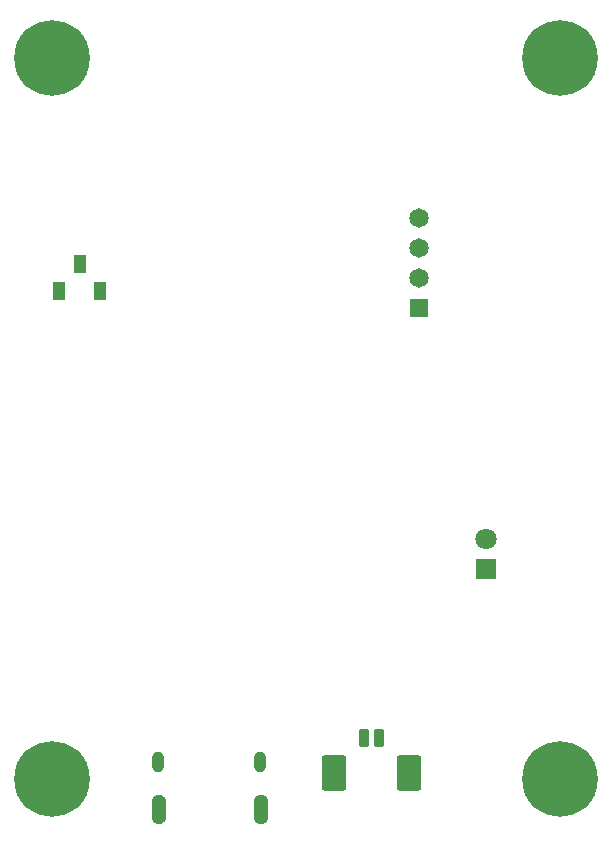
<source format=gbr>
%TF.GenerationSoftware,KiCad,Pcbnew,7.0.1*%
%TF.CreationDate,2023-06-17T09:34:49+02:00*%
%TF.ProjectId,Had_Konzole,4861645f-4b6f-46e7-9a6f-6c652e6b6963,rev?*%
%TF.SameCoordinates,Original*%
%TF.FileFunction,Soldermask,Bot*%
%TF.FilePolarity,Negative*%
%FSLAX46Y46*%
G04 Gerber Fmt 4.6, Leading zero omitted, Abs format (unit mm)*
G04 Created by KiCad (PCBNEW 7.0.1) date 2023-06-17 09:34:49*
%MOMM*%
%LPD*%
G01*
G04 APERTURE LIST*
G04 Aperture macros list*
%AMRoundRect*
0 Rectangle with rounded corners*
0 $1 Rounding radius*
0 $2 $3 $4 $5 $6 $7 $8 $9 X,Y pos of 4 corners*
0 Add a 4 corners polygon primitive as box body*
4,1,4,$2,$3,$4,$5,$6,$7,$8,$9,$2,$3,0*
0 Add four circle primitives for the rounded corners*
1,1,$1+$1,$2,$3*
1,1,$1+$1,$4,$5*
1,1,$1+$1,$6,$7*
1,1,$1+$1,$8,$9*
0 Add four rect primitives between the rounded corners*
20,1,$1+$1,$2,$3,$4,$5,0*
20,1,$1+$1,$4,$5,$6,$7,0*
20,1,$1+$1,$6,$7,$8,$9,0*
20,1,$1+$1,$8,$9,$2,$3,0*%
G04 Aperture macros list end*
%ADD10C,0.010000*%
%ADD11R,1.000000X1.600000*%
%ADD12C,6.400000*%
%ADD13R,1.800000X1.800000*%
%ADD14C,1.800000*%
%ADD15O,1.000000X1.800000*%
%ADD16R,1.650000X1.650000*%
%ADD17C,1.650000*%
%ADD18RoundRect,0.200000X0.200000X0.600000X-0.200000X0.600000X-0.200000X-0.600000X0.200000X-0.600000X0*%
%ADD19RoundRect,0.250001X0.799999X1.249999X-0.799999X1.249999X-0.799999X-1.249999X0.799999X-1.249999X0*%
G04 APERTURE END LIST*
%TO.C,J4*%
D10*
X154010000Y-103400000D02*
X154040000Y-103402000D01*
X154070000Y-103406000D01*
X154100000Y-103411000D01*
X154129000Y-103418000D01*
X154158000Y-103427000D01*
X154186000Y-103437000D01*
X154214000Y-103449000D01*
X154242000Y-103462000D01*
X154268000Y-103476000D01*
X154294000Y-103492000D01*
X154319000Y-103509000D01*
X154343000Y-103527000D01*
X154366000Y-103547000D01*
X154387000Y-103568000D01*
X154408000Y-103589000D01*
X154428000Y-103612000D01*
X154446000Y-103636000D01*
X154463000Y-103661000D01*
X154479000Y-103687000D01*
X154493000Y-103713000D01*
X154506000Y-103741000D01*
X154518000Y-103769000D01*
X154528000Y-103797000D01*
X154537000Y-103826000D01*
X154544000Y-103855000D01*
X154549000Y-103885000D01*
X154553000Y-103915000D01*
X154555000Y-103945000D01*
X154556000Y-103975000D01*
X154556000Y-105175000D01*
X154555000Y-105205000D01*
X154553000Y-105235000D01*
X154549000Y-105265000D01*
X154544000Y-105295000D01*
X154537000Y-105324000D01*
X154528000Y-105353000D01*
X154518000Y-105381000D01*
X154506000Y-105409000D01*
X154493000Y-105437000D01*
X154479000Y-105463000D01*
X154463000Y-105489000D01*
X154446000Y-105514000D01*
X154428000Y-105538000D01*
X154408000Y-105561000D01*
X154387000Y-105582000D01*
X154366000Y-105603000D01*
X154343000Y-105623000D01*
X154319000Y-105641000D01*
X154294000Y-105658000D01*
X154268000Y-105674000D01*
X154242000Y-105688000D01*
X154214000Y-105701000D01*
X154186000Y-105713000D01*
X154158000Y-105723000D01*
X154129000Y-105732000D01*
X154100000Y-105739000D01*
X154070000Y-105744000D01*
X154040000Y-105748000D01*
X154010000Y-105750000D01*
X153980000Y-105751000D01*
X153950000Y-105750000D01*
X153920000Y-105748000D01*
X153890000Y-105744000D01*
X153860000Y-105739000D01*
X153831000Y-105732000D01*
X153802000Y-105723000D01*
X153774000Y-105713000D01*
X153746000Y-105701000D01*
X153718000Y-105688000D01*
X153692000Y-105674000D01*
X153666000Y-105658000D01*
X153641000Y-105641000D01*
X153617000Y-105623000D01*
X153594000Y-105603000D01*
X153573000Y-105582000D01*
X153552000Y-105561000D01*
X153532000Y-105538000D01*
X153514000Y-105514000D01*
X153497000Y-105489000D01*
X153481000Y-105463000D01*
X153467000Y-105437000D01*
X153454000Y-105409000D01*
X153442000Y-105381000D01*
X153432000Y-105353000D01*
X153423000Y-105324000D01*
X153416000Y-105295000D01*
X153411000Y-105265000D01*
X153407000Y-105235000D01*
X153405000Y-105205000D01*
X153404000Y-105175000D01*
X153403800Y-103975000D01*
X153404000Y-103975000D01*
X153405000Y-103945000D01*
X153407000Y-103915000D01*
X153411000Y-103885000D01*
X153416000Y-103855000D01*
X153423000Y-103826000D01*
X153432000Y-103797000D01*
X153442000Y-103769000D01*
X153454000Y-103741000D01*
X153467000Y-103713000D01*
X153481000Y-103687000D01*
X153497000Y-103661000D01*
X153514000Y-103636000D01*
X153532000Y-103612000D01*
X153552000Y-103589000D01*
X153573000Y-103568000D01*
X153594000Y-103547000D01*
X153617000Y-103527000D01*
X153641000Y-103509000D01*
X153666000Y-103492000D01*
X153692000Y-103476000D01*
X153718000Y-103462000D01*
X153746000Y-103449000D01*
X153774000Y-103437000D01*
X153802000Y-103427000D01*
X153831000Y-103418000D01*
X153860000Y-103411000D01*
X153890000Y-103406000D01*
X153920000Y-103402000D01*
X153950000Y-103400000D01*
X153980000Y-103399000D01*
X154010000Y-103400000D01*
G36*
X154010000Y-103400000D02*
G01*
X154040000Y-103402000D01*
X154070000Y-103406000D01*
X154100000Y-103411000D01*
X154129000Y-103418000D01*
X154158000Y-103427000D01*
X154186000Y-103437000D01*
X154214000Y-103449000D01*
X154242000Y-103462000D01*
X154268000Y-103476000D01*
X154294000Y-103492000D01*
X154319000Y-103509000D01*
X154343000Y-103527000D01*
X154366000Y-103547000D01*
X154387000Y-103568000D01*
X154408000Y-103589000D01*
X154428000Y-103612000D01*
X154446000Y-103636000D01*
X154463000Y-103661000D01*
X154479000Y-103687000D01*
X154493000Y-103713000D01*
X154506000Y-103741000D01*
X154518000Y-103769000D01*
X154528000Y-103797000D01*
X154537000Y-103826000D01*
X154544000Y-103855000D01*
X154549000Y-103885000D01*
X154553000Y-103915000D01*
X154555000Y-103945000D01*
X154556000Y-103975000D01*
X154556000Y-105175000D01*
X154555000Y-105205000D01*
X154553000Y-105235000D01*
X154549000Y-105265000D01*
X154544000Y-105295000D01*
X154537000Y-105324000D01*
X154528000Y-105353000D01*
X154518000Y-105381000D01*
X154506000Y-105409000D01*
X154493000Y-105437000D01*
X154479000Y-105463000D01*
X154463000Y-105489000D01*
X154446000Y-105514000D01*
X154428000Y-105538000D01*
X154408000Y-105561000D01*
X154387000Y-105582000D01*
X154366000Y-105603000D01*
X154343000Y-105623000D01*
X154319000Y-105641000D01*
X154294000Y-105658000D01*
X154268000Y-105674000D01*
X154242000Y-105688000D01*
X154214000Y-105701000D01*
X154186000Y-105713000D01*
X154158000Y-105723000D01*
X154129000Y-105732000D01*
X154100000Y-105739000D01*
X154070000Y-105744000D01*
X154040000Y-105748000D01*
X154010000Y-105750000D01*
X153980000Y-105751000D01*
X153950000Y-105750000D01*
X153920000Y-105748000D01*
X153890000Y-105744000D01*
X153860000Y-105739000D01*
X153831000Y-105732000D01*
X153802000Y-105723000D01*
X153774000Y-105713000D01*
X153746000Y-105701000D01*
X153718000Y-105688000D01*
X153692000Y-105674000D01*
X153666000Y-105658000D01*
X153641000Y-105641000D01*
X153617000Y-105623000D01*
X153594000Y-105603000D01*
X153573000Y-105582000D01*
X153552000Y-105561000D01*
X153532000Y-105538000D01*
X153514000Y-105514000D01*
X153497000Y-105489000D01*
X153481000Y-105463000D01*
X153467000Y-105437000D01*
X153454000Y-105409000D01*
X153442000Y-105381000D01*
X153432000Y-105353000D01*
X153423000Y-105324000D01*
X153416000Y-105295000D01*
X153411000Y-105265000D01*
X153407000Y-105235000D01*
X153405000Y-105205000D01*
X153404000Y-105175000D01*
X153403800Y-103975000D01*
X153404000Y-103975000D01*
X153405000Y-103945000D01*
X153407000Y-103915000D01*
X153411000Y-103885000D01*
X153416000Y-103855000D01*
X153423000Y-103826000D01*
X153432000Y-103797000D01*
X153442000Y-103769000D01*
X153454000Y-103741000D01*
X153467000Y-103713000D01*
X153481000Y-103687000D01*
X153497000Y-103661000D01*
X153514000Y-103636000D01*
X153532000Y-103612000D01*
X153552000Y-103589000D01*
X153573000Y-103568000D01*
X153594000Y-103547000D01*
X153617000Y-103527000D01*
X153641000Y-103509000D01*
X153666000Y-103492000D01*
X153692000Y-103476000D01*
X153718000Y-103462000D01*
X153746000Y-103449000D01*
X153774000Y-103437000D01*
X153802000Y-103427000D01*
X153831000Y-103418000D01*
X153860000Y-103411000D01*
X153890000Y-103406000D01*
X153920000Y-103402000D01*
X153950000Y-103400000D01*
X153980000Y-103399000D01*
X154010000Y-103400000D01*
G37*
X162650000Y-103400000D02*
X162680000Y-103402000D01*
X162710000Y-103406000D01*
X162740000Y-103411000D01*
X162769000Y-103418000D01*
X162798000Y-103427000D01*
X162826000Y-103437000D01*
X162854000Y-103449000D01*
X162882000Y-103462000D01*
X162908000Y-103476000D01*
X162934000Y-103492000D01*
X162959000Y-103509000D01*
X162983000Y-103527000D01*
X163006000Y-103547000D01*
X163027000Y-103568000D01*
X163048000Y-103589000D01*
X163068000Y-103612000D01*
X163086000Y-103636000D01*
X163103000Y-103661000D01*
X163119000Y-103687000D01*
X163133000Y-103713000D01*
X163146000Y-103741000D01*
X163158000Y-103769000D01*
X163168000Y-103797000D01*
X163177000Y-103826000D01*
X163184000Y-103855000D01*
X163189000Y-103885000D01*
X163193000Y-103915000D01*
X163195000Y-103945000D01*
X163196000Y-103975000D01*
X163196000Y-105175000D01*
X163195000Y-105205000D01*
X163193000Y-105235000D01*
X163189000Y-105265000D01*
X163184000Y-105295000D01*
X163177000Y-105324000D01*
X163168000Y-105353000D01*
X163158000Y-105381000D01*
X163146000Y-105409000D01*
X163133000Y-105437000D01*
X163119000Y-105463000D01*
X163103000Y-105489000D01*
X163086000Y-105514000D01*
X163068000Y-105538000D01*
X163048000Y-105561000D01*
X163027000Y-105582000D01*
X163006000Y-105603000D01*
X162983000Y-105623000D01*
X162959000Y-105641000D01*
X162934000Y-105658000D01*
X162908000Y-105674000D01*
X162882000Y-105688000D01*
X162854000Y-105701000D01*
X162826000Y-105713000D01*
X162798000Y-105723000D01*
X162769000Y-105732000D01*
X162740000Y-105739000D01*
X162710000Y-105744000D01*
X162680000Y-105748000D01*
X162650000Y-105750000D01*
X162620000Y-105751000D01*
X162590000Y-105750000D01*
X162560000Y-105748000D01*
X162530000Y-105744000D01*
X162500000Y-105739000D01*
X162471000Y-105732000D01*
X162442000Y-105723000D01*
X162414000Y-105713000D01*
X162386000Y-105701000D01*
X162358000Y-105688000D01*
X162332000Y-105674000D01*
X162306000Y-105658000D01*
X162281000Y-105641000D01*
X162257000Y-105623000D01*
X162234000Y-105603000D01*
X162213000Y-105582000D01*
X162192000Y-105561000D01*
X162172000Y-105538000D01*
X162154000Y-105514000D01*
X162137000Y-105489000D01*
X162121000Y-105463000D01*
X162107000Y-105437000D01*
X162094000Y-105409000D01*
X162082000Y-105381000D01*
X162072000Y-105353000D01*
X162063000Y-105324000D01*
X162056000Y-105295000D01*
X162051000Y-105265000D01*
X162047000Y-105235000D01*
X162045000Y-105205000D01*
X162044000Y-105175000D01*
X162043800Y-103975000D01*
X162044000Y-103975000D01*
X162045000Y-103945000D01*
X162047000Y-103915000D01*
X162051000Y-103885000D01*
X162056000Y-103855000D01*
X162063000Y-103826000D01*
X162072000Y-103797000D01*
X162082000Y-103769000D01*
X162094000Y-103741000D01*
X162107000Y-103713000D01*
X162121000Y-103687000D01*
X162137000Y-103661000D01*
X162154000Y-103636000D01*
X162172000Y-103612000D01*
X162192000Y-103589000D01*
X162213000Y-103568000D01*
X162234000Y-103547000D01*
X162257000Y-103527000D01*
X162281000Y-103509000D01*
X162306000Y-103492000D01*
X162332000Y-103476000D01*
X162358000Y-103462000D01*
X162386000Y-103449000D01*
X162414000Y-103437000D01*
X162442000Y-103427000D01*
X162471000Y-103418000D01*
X162500000Y-103411000D01*
X162530000Y-103406000D01*
X162560000Y-103402000D01*
X162590000Y-103400000D01*
X162620000Y-103399000D01*
X162650000Y-103400000D01*
G36*
X162650000Y-103400000D02*
G01*
X162680000Y-103402000D01*
X162710000Y-103406000D01*
X162740000Y-103411000D01*
X162769000Y-103418000D01*
X162798000Y-103427000D01*
X162826000Y-103437000D01*
X162854000Y-103449000D01*
X162882000Y-103462000D01*
X162908000Y-103476000D01*
X162934000Y-103492000D01*
X162959000Y-103509000D01*
X162983000Y-103527000D01*
X163006000Y-103547000D01*
X163027000Y-103568000D01*
X163048000Y-103589000D01*
X163068000Y-103612000D01*
X163086000Y-103636000D01*
X163103000Y-103661000D01*
X163119000Y-103687000D01*
X163133000Y-103713000D01*
X163146000Y-103741000D01*
X163158000Y-103769000D01*
X163168000Y-103797000D01*
X163177000Y-103826000D01*
X163184000Y-103855000D01*
X163189000Y-103885000D01*
X163193000Y-103915000D01*
X163195000Y-103945000D01*
X163196000Y-103975000D01*
X163196000Y-105175000D01*
X163195000Y-105205000D01*
X163193000Y-105235000D01*
X163189000Y-105265000D01*
X163184000Y-105295000D01*
X163177000Y-105324000D01*
X163168000Y-105353000D01*
X163158000Y-105381000D01*
X163146000Y-105409000D01*
X163133000Y-105437000D01*
X163119000Y-105463000D01*
X163103000Y-105489000D01*
X163086000Y-105514000D01*
X163068000Y-105538000D01*
X163048000Y-105561000D01*
X163027000Y-105582000D01*
X163006000Y-105603000D01*
X162983000Y-105623000D01*
X162959000Y-105641000D01*
X162934000Y-105658000D01*
X162908000Y-105674000D01*
X162882000Y-105688000D01*
X162854000Y-105701000D01*
X162826000Y-105713000D01*
X162798000Y-105723000D01*
X162769000Y-105732000D01*
X162740000Y-105739000D01*
X162710000Y-105744000D01*
X162680000Y-105748000D01*
X162650000Y-105750000D01*
X162620000Y-105751000D01*
X162590000Y-105750000D01*
X162560000Y-105748000D01*
X162530000Y-105744000D01*
X162500000Y-105739000D01*
X162471000Y-105732000D01*
X162442000Y-105723000D01*
X162414000Y-105713000D01*
X162386000Y-105701000D01*
X162358000Y-105688000D01*
X162332000Y-105674000D01*
X162306000Y-105658000D01*
X162281000Y-105641000D01*
X162257000Y-105623000D01*
X162234000Y-105603000D01*
X162213000Y-105582000D01*
X162192000Y-105561000D01*
X162172000Y-105538000D01*
X162154000Y-105514000D01*
X162137000Y-105489000D01*
X162121000Y-105463000D01*
X162107000Y-105437000D01*
X162094000Y-105409000D01*
X162082000Y-105381000D01*
X162072000Y-105353000D01*
X162063000Y-105324000D01*
X162056000Y-105295000D01*
X162051000Y-105265000D01*
X162047000Y-105235000D01*
X162045000Y-105205000D01*
X162044000Y-105175000D01*
X162043800Y-103975000D01*
X162044000Y-103975000D01*
X162045000Y-103945000D01*
X162047000Y-103915000D01*
X162051000Y-103885000D01*
X162056000Y-103855000D01*
X162063000Y-103826000D01*
X162072000Y-103797000D01*
X162082000Y-103769000D01*
X162094000Y-103741000D01*
X162107000Y-103713000D01*
X162121000Y-103687000D01*
X162137000Y-103661000D01*
X162154000Y-103636000D01*
X162172000Y-103612000D01*
X162192000Y-103589000D01*
X162213000Y-103568000D01*
X162234000Y-103547000D01*
X162257000Y-103527000D01*
X162281000Y-103509000D01*
X162306000Y-103492000D01*
X162332000Y-103476000D01*
X162358000Y-103462000D01*
X162386000Y-103449000D01*
X162414000Y-103437000D01*
X162442000Y-103427000D01*
X162471000Y-103418000D01*
X162500000Y-103411000D01*
X162530000Y-103406000D01*
X162560000Y-103402000D01*
X162590000Y-103400000D01*
X162620000Y-103399000D01*
X162650000Y-103400000D01*
G37*
%TD*%
D11*
%TO.C,SW6*%
X149070000Y-60720000D03*
X147320000Y-58420000D03*
X145570000Y-60720000D03*
%TD*%
D12*
%TO.C,H1*%
X145000000Y-41000000D03*
%TD*%
%TO.C,H3*%
X145000000Y-102000000D03*
%TD*%
D13*
%TO.C,D1*%
X181725000Y-84275000D03*
D14*
X181725000Y-81735000D03*
%TD*%
D12*
%TO.C,H2*%
X188000000Y-41000000D03*
%TD*%
%TO.C,H4*%
X188000000Y-102000000D03*
%TD*%
D15*
%TO.C,J4*%
X153980000Y-100575000D03*
X162620000Y-100575000D03*
%TD*%
D16*
%TO.C,J2*%
X176037500Y-62140000D03*
D17*
X176037500Y-59600000D03*
X176037500Y-57060000D03*
X176037500Y-54520000D03*
%TD*%
D18*
%TO.C,J1*%
X172625000Y-98600000D03*
X171375000Y-98600000D03*
D19*
X175175000Y-101500000D03*
X168825000Y-101500000D03*
%TD*%
M02*

</source>
